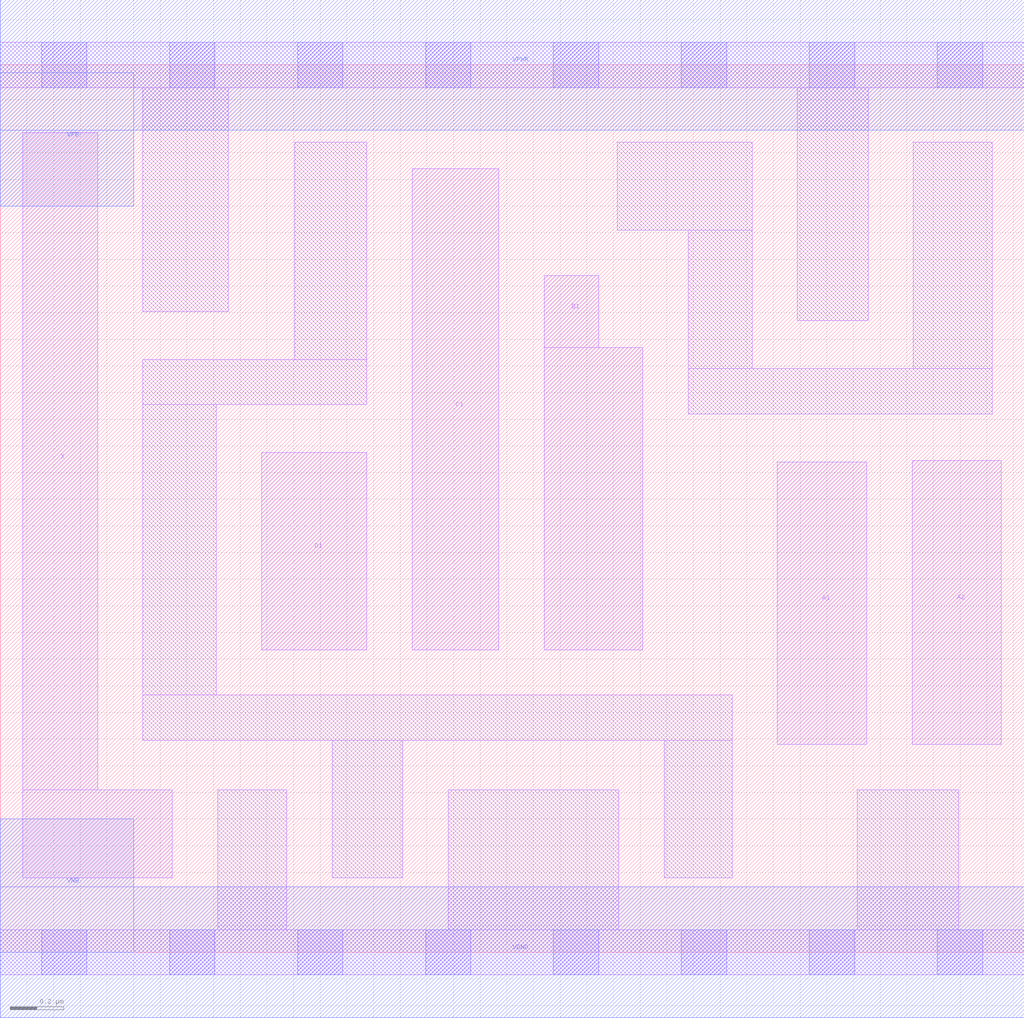
<source format=lef>
# Copyright 2020 The SkyWater PDK Authors
#
# Licensed under the Apache License, Version 2.0 (the "License");
# you may not use this file except in compliance with the License.
# You may obtain a copy of the License at
#
#     https://www.apache.org/licenses/LICENSE-2.0
#
# Unless required by applicable law or agreed to in writing, software
# distributed under the License is distributed on an "AS IS" BASIS,
# WITHOUT WARRANTIES OR CONDITIONS OF ANY KIND, either express or implied.
# See the License for the specific language governing permissions and
# limitations under the License.
#
# SPDX-License-Identifier: Apache-2.0

VERSION 5.5 ;
NAMESCASESENSITIVE ON ;
BUSBITCHARS "[]" ;
DIVIDERCHAR "/" ;
MACRO sky130_fd_sc_lp__a2111o_0
  CLASS CORE ;
  SOURCE USER ;
  ORIGIN  0.000000  0.000000 ;
  SIZE  3.840000 BY  3.330000 ;
  SYMMETRY X Y R90 ;
  SITE unit ;
  PIN A1
    ANTENNAGATEAREA  0.159000 ;
    DIRECTION INPUT ;
    USE SIGNAL ;
    PORT
      LAYER li1 ;
        RECT 2.915000 0.780000 3.250000 1.840000 ;
    END
  END A1
  PIN A2
    ANTENNAGATEAREA  0.159000 ;
    DIRECTION INPUT ;
    USE SIGNAL ;
    PORT
      LAYER li1 ;
        RECT 3.420000 0.780000 3.755000 1.845000 ;
    END
  END A2
  PIN B1
    ANTENNAGATEAREA  0.159000 ;
    DIRECTION INPUT ;
    USE SIGNAL ;
    PORT
      LAYER li1 ;
        RECT 2.040000 1.135000 2.410000 2.270000 ;
        RECT 2.040000 2.270000 2.245000 2.540000 ;
    END
  END B1
  PIN C1
    ANTENNAGATEAREA  0.159000 ;
    DIRECTION INPUT ;
    USE SIGNAL ;
    PORT
      LAYER li1 ;
        RECT 1.545000 1.135000 1.870000 2.940000 ;
    END
  END C1
  PIN D1
    ANTENNAGATEAREA  0.159000 ;
    DIRECTION INPUT ;
    USE SIGNAL ;
    PORT
      LAYER li1 ;
        RECT 0.980000 1.135000 1.375000 1.875000 ;
    END
  END D1
  PIN X
    ANTENNADIFFAREA  0.280900 ;
    DIRECTION OUTPUT ;
    USE SIGNAL ;
    PORT
      LAYER li1 ;
        RECT 0.085000 0.280000 0.645000 0.610000 ;
        RECT 0.085000 0.610000 0.365000 3.075000 ;
    END
  END X
  PIN VGND
    DIRECTION INOUT ;
    USE GROUND ;
    PORT
      LAYER met1 ;
        RECT 0.000000 -0.245000 3.840000 0.245000 ;
    END
  END VGND
  PIN VNB
    DIRECTION INOUT ;
    USE GROUND ;
    PORT
      LAYER met1 ;
        RECT 0.000000 0.000000 0.500000 0.500000 ;
    END
  END VNB
  PIN VPB
    DIRECTION INOUT ;
    USE POWER ;
    PORT
      LAYER met1 ;
        RECT 0.000000 2.800000 0.500000 3.300000 ;
    END
  END VPB
  PIN VPWR
    DIRECTION INOUT ;
    USE POWER ;
    PORT
      LAYER met1 ;
        RECT 0.000000 3.085000 3.840000 3.575000 ;
    END
  END VPWR
  OBS
    LAYER li1 ;
      RECT 0.000000 -0.085000 3.840000 0.085000 ;
      RECT 0.000000  3.245000 3.840000 3.415000 ;
      RECT 0.535000  0.795000 2.745000 0.965000 ;
      RECT 0.535000  0.965000 0.810000 2.055000 ;
      RECT 0.535000  2.055000 1.375000 2.225000 ;
      RECT 0.535000  2.405000 0.855000 3.245000 ;
      RECT 0.815000  0.085000 1.075000 0.610000 ;
      RECT 1.105000  2.225000 1.375000 3.040000 ;
      RECT 1.245000  0.280000 1.510000 0.795000 ;
      RECT 1.680000  0.085000 2.320000 0.610000 ;
      RECT 2.315000  2.710000 2.820000 3.040000 ;
      RECT 2.490000  0.280000 2.745000 0.795000 ;
      RECT 2.580000  2.020000 3.720000 2.190000 ;
      RECT 2.580000  2.190000 2.820000 2.710000 ;
      RECT 2.990000  2.370000 3.255000 3.245000 ;
      RECT 3.215000  0.085000 3.595000 0.610000 ;
      RECT 3.425000  2.190000 3.720000 3.040000 ;
    LAYER mcon ;
      RECT 0.155000 -0.085000 0.325000 0.085000 ;
      RECT 0.155000  3.245000 0.325000 3.415000 ;
      RECT 0.635000 -0.085000 0.805000 0.085000 ;
      RECT 0.635000  3.245000 0.805000 3.415000 ;
      RECT 1.115000 -0.085000 1.285000 0.085000 ;
      RECT 1.115000  3.245000 1.285000 3.415000 ;
      RECT 1.595000 -0.085000 1.765000 0.085000 ;
      RECT 1.595000  3.245000 1.765000 3.415000 ;
      RECT 2.075000 -0.085000 2.245000 0.085000 ;
      RECT 2.075000  3.245000 2.245000 3.415000 ;
      RECT 2.555000 -0.085000 2.725000 0.085000 ;
      RECT 2.555000  3.245000 2.725000 3.415000 ;
      RECT 3.035000 -0.085000 3.205000 0.085000 ;
      RECT 3.035000  3.245000 3.205000 3.415000 ;
      RECT 3.515000 -0.085000 3.685000 0.085000 ;
      RECT 3.515000  3.245000 3.685000 3.415000 ;
  END
END sky130_fd_sc_lp__a2111o_0
END LIBRARY

</source>
